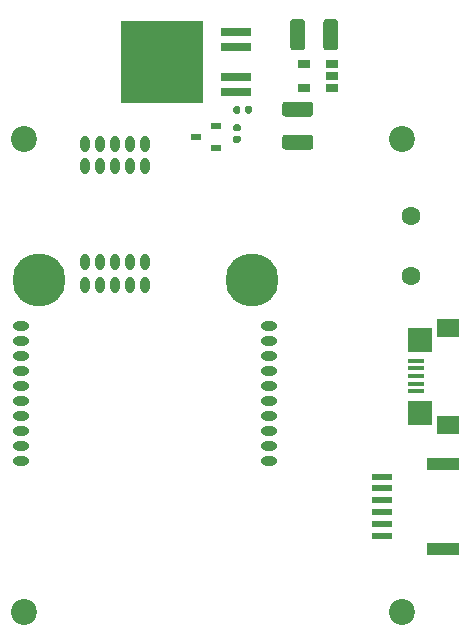
<source format=gbr>
G04 #@! TF.GenerationSoftware,KiCad,Pcbnew,(5.1.6-0-10_14)*
G04 #@! TF.CreationDate,2020-07-22T10:41:49+09:00*
G04 #@! TF.ProjectId,signaltower_host,7369676e-616c-4746-9f77-65725f686f73,rev?*
G04 #@! TF.SameCoordinates,Original*
G04 #@! TF.FileFunction,Soldermask,Top*
G04 #@! TF.FilePolarity,Negative*
%FSLAX46Y46*%
G04 Gerber Fmt 4.6, Leading zero omitted, Abs format (unit mm)*
G04 Created by KiCad (PCBNEW (5.1.6-0-10_14)) date 2020-07-22 10:41:49*
%MOMM*%
%LPD*%
G01*
G04 APERTURE LIST*
%ADD10C,2.200000*%
%ADD11R,2.800000X1.000000*%
%ADD12R,1.700000X0.600000*%
%ADD13C,4.500000*%
%ADD14O,0.800000X1.400000*%
%ADD15O,1.400000X0.800000*%
%ADD16R,7.000000X7.000000*%
%ADD17R,2.500000X0.760000*%
%ADD18C,1.600000*%
%ADD19R,0.900000X0.600000*%
%ADD20R,1.350000X0.400000*%
%ADD21R,1.900000X1.600000*%
%ADD22R,2.000000X2.100000*%
%ADD23R,1.000000X0.800000*%
%ADD24R,1.000000X0.700000*%
G04 APERTURE END LIST*
D10*
X128750000Y-102750000D03*
X128750000Y-62750000D03*
X96750000Y-102750000D03*
X96750000Y-62750000D03*
D11*
X132200000Y-90200000D03*
X132200000Y-97400000D03*
D12*
X127050000Y-91300000D03*
X127050000Y-92300000D03*
X127050000Y-93300000D03*
X127050000Y-94300000D03*
X127050000Y-95300000D03*
X127050000Y-96300000D03*
D13*
X116000000Y-74625000D03*
X98000000Y-74625000D03*
D14*
X107000000Y-75085000D03*
X105730000Y-75085000D03*
X104460000Y-75085000D03*
X103190000Y-75085000D03*
X101920000Y-75085000D03*
X107000000Y-73165000D03*
X105730000Y-73165000D03*
X104460000Y-73165000D03*
X103190000Y-73165000D03*
X101920000Y-73165000D03*
D15*
X96515000Y-78570000D03*
X96515000Y-79840000D03*
X96515000Y-81110000D03*
X96515000Y-82380000D03*
X96515000Y-83650000D03*
X96515000Y-84920000D03*
X96515000Y-86190000D03*
X96515000Y-87460000D03*
X117485000Y-78570000D03*
X117485000Y-79840000D03*
X117485000Y-81110000D03*
X117485000Y-82380000D03*
X117485000Y-83650000D03*
X117485000Y-84920000D03*
X117485000Y-86190000D03*
X117485000Y-87460000D03*
X117485000Y-88730000D03*
X117485000Y-90000000D03*
X96515000Y-88730000D03*
X96515000Y-90000000D03*
D14*
X107010000Y-65025000D03*
X105740000Y-65025000D03*
X104470000Y-65025000D03*
X103200000Y-65025000D03*
X101930000Y-65025000D03*
X101930000Y-63105000D03*
X107010000Y-63105000D03*
X105740000Y-63105000D03*
X103200000Y-63105000D03*
X104470000Y-63105000D03*
D16*
X108400000Y-56200000D03*
D17*
X114650000Y-57470000D03*
X114650000Y-58740000D03*
X114650000Y-53660000D03*
X114650000Y-54930000D03*
D18*
X129540000Y-74295000D03*
X129540000Y-69215000D03*
D19*
X111300000Y-62550000D03*
X113000000Y-61600000D03*
X113000000Y-63500000D03*
D20*
X129925000Y-83450000D03*
X129925000Y-82800000D03*
X129925000Y-82150000D03*
X129925000Y-84100000D03*
D21*
X132600000Y-78700000D03*
D22*
X130250000Y-79700000D03*
D21*
X132600000Y-86900000D03*
D20*
X129925000Y-81500000D03*
D22*
X130250000Y-85900000D03*
D23*
X120400000Y-58400000D03*
X120400000Y-56400000D03*
X122800000Y-56400000D03*
X122800000Y-58400000D03*
D24*
X122800000Y-57400000D03*
G36*
G01*
X115060000Y-60077500D02*
X115060000Y-60422500D01*
G75*
G02*
X114912500Y-60570000I-147500J0D01*
G01*
X114617500Y-60570000D01*
G75*
G02*
X114470000Y-60422500I0J147500D01*
G01*
X114470000Y-60077500D01*
G75*
G02*
X114617500Y-59930000I147500J0D01*
G01*
X114912500Y-59930000D01*
G75*
G02*
X115060000Y-60077500I0J-147500D01*
G01*
G37*
G36*
G01*
X116030000Y-60077500D02*
X116030000Y-60422500D01*
G75*
G02*
X115882500Y-60570000I-147500J0D01*
G01*
X115587500Y-60570000D01*
G75*
G02*
X115440000Y-60422500I0J147500D01*
G01*
X115440000Y-60077500D01*
G75*
G02*
X115587500Y-59930000I147500J0D01*
G01*
X115882500Y-59930000D01*
G75*
G02*
X116030000Y-60077500I0J-147500D01*
G01*
G37*
G36*
G01*
X114922500Y-62075000D02*
X114577500Y-62075000D01*
G75*
G02*
X114430000Y-61927500I0J147500D01*
G01*
X114430000Y-61632500D01*
G75*
G02*
X114577500Y-61485000I147500J0D01*
G01*
X114922500Y-61485000D01*
G75*
G02*
X115070000Y-61632500I0J-147500D01*
G01*
X115070000Y-61927500D01*
G75*
G02*
X114922500Y-62075000I-147500J0D01*
G01*
G37*
G36*
G01*
X114922500Y-63045000D02*
X114577500Y-63045000D01*
G75*
G02*
X114430000Y-62897500I0J147500D01*
G01*
X114430000Y-62602500D01*
G75*
G02*
X114577500Y-62455000I147500J0D01*
G01*
X114922500Y-62455000D01*
G75*
G02*
X115070000Y-62602500I0J-147500D01*
G01*
X115070000Y-62897500D01*
G75*
G02*
X114922500Y-63045000I-147500J0D01*
G01*
G37*
G36*
G01*
X122075000Y-54975000D02*
X122075000Y-52825000D01*
G75*
G02*
X122325000Y-52575000I250000J0D01*
G01*
X123075000Y-52575000D01*
G75*
G02*
X123325000Y-52825000I0J-250000D01*
G01*
X123325000Y-54975000D01*
G75*
G02*
X123075000Y-55225000I-250000J0D01*
G01*
X122325000Y-55225000D01*
G75*
G02*
X122075000Y-54975000I0J250000D01*
G01*
G37*
G36*
G01*
X119275000Y-54975000D02*
X119275000Y-52825000D01*
G75*
G02*
X119525000Y-52575000I250000J0D01*
G01*
X120275000Y-52575000D01*
G75*
G02*
X120525000Y-52825000I0J-250000D01*
G01*
X120525000Y-54975000D01*
G75*
G02*
X120275000Y-55225000I-250000J0D01*
G01*
X119525000Y-55225000D01*
G75*
G02*
X119275000Y-54975000I0J250000D01*
G01*
G37*
G36*
G01*
X118825000Y-62375000D02*
X120975000Y-62375000D01*
G75*
G02*
X121225000Y-62625000I0J-250000D01*
G01*
X121225000Y-63375000D01*
G75*
G02*
X120975000Y-63625000I-250000J0D01*
G01*
X118825000Y-63625000D01*
G75*
G02*
X118575000Y-63375000I0J250000D01*
G01*
X118575000Y-62625000D01*
G75*
G02*
X118825000Y-62375000I250000J0D01*
G01*
G37*
G36*
G01*
X118825000Y-59575000D02*
X120975000Y-59575000D01*
G75*
G02*
X121225000Y-59825000I0J-250000D01*
G01*
X121225000Y-60575000D01*
G75*
G02*
X120975000Y-60825000I-250000J0D01*
G01*
X118825000Y-60825000D01*
G75*
G02*
X118575000Y-60575000I0J250000D01*
G01*
X118575000Y-59825000D01*
G75*
G02*
X118825000Y-59575000I250000J0D01*
G01*
G37*
M02*

</source>
